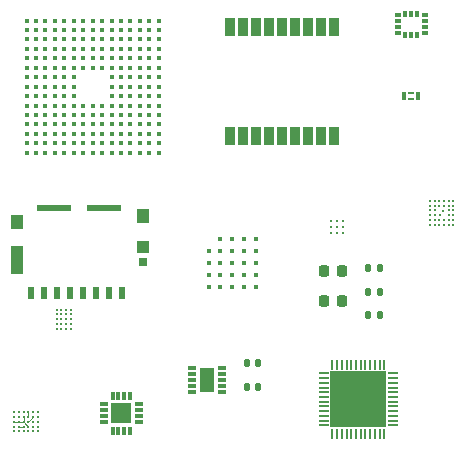
<source format=gbr>
%TF.GenerationSoftware,KiCad,Pcbnew,7.0.9*%
%TF.CreationDate,2023-12-12T21:37:16+00:00*%
%TF.ProjectId,watch_main,77617463-685f-46d6-9169-6e2e6b696361,rev?*%
%TF.SameCoordinates,Original*%
%TF.FileFunction,Copper,L1,Top*%
%TF.FilePolarity,Positive*%
%FSLAX46Y46*%
G04 Gerber Fmt 4.6, Leading zero omitted, Abs format (unit mm)*
G04 Created by KiCad (PCBNEW 7.0.9) date 2023-12-12 21:37:16*
%MOMM*%
%LPD*%
G01*
G04 APERTURE LIST*
G04 Aperture macros list*
%AMRoundRect*
0 Rectangle with rounded corners*
0 $1 Rounding radius*
0 $2 $3 $4 $5 $6 $7 $8 $9 X,Y pos of 4 corners*
0 Add a 4 corners polygon primitive as box body*
4,1,4,$2,$3,$4,$5,$6,$7,$8,$9,$2,$3,0*
0 Add four circle primitives for the rounded corners*
1,1,$1+$1,$2,$3*
1,1,$1+$1,$4,$5*
1,1,$1+$1,$6,$7*
1,1,$1+$1,$8,$9*
0 Add four rect primitives between the rounded corners*
20,1,$1+$1,$2,$3,$4,$5,0*
20,1,$1+$1,$4,$5,$6,$7,0*
20,1,$1+$1,$6,$7,$8,$9,0*
20,1,$1+$1,$8,$9,$2,$3,0*%
G04 Aperture macros list end*
%TA.AperFunction,SMDPad,CuDef*%
%ADD10R,0.533400X0.304800*%
%TD*%
%TA.AperFunction,SMDPad,CuDef*%
%ADD11R,0.304800X0.533400*%
%TD*%
%TA.AperFunction,SMDPad,CuDef*%
%ADD12R,0.500000X1.000000*%
%TD*%
%TA.AperFunction,SMDPad,CuDef*%
%ADD13R,0.720000X0.780000*%
%TD*%
%TA.AperFunction,SMDPad,CuDef*%
%ADD14R,1.050000X1.080000*%
%TD*%
%TA.AperFunction,SMDPad,CuDef*%
%ADD15R,1.050000X1.200000*%
%TD*%
%TA.AperFunction,SMDPad,CuDef*%
%ADD16R,1.050000X2.390000*%
%TD*%
%TA.AperFunction,SMDPad,CuDef*%
%ADD17R,2.910000X0.550000*%
%TD*%
%TA.AperFunction,SMDPad,CuDef*%
%ADD18C,0.250000*%
%TD*%
%TA.AperFunction,SMDPad,CuDef*%
%ADD19R,0.800000X0.300000*%
%TD*%
%TA.AperFunction,SMDPad,CuDef*%
%ADD20R,0.300000X0.800000*%
%TD*%
%TA.AperFunction,SMDPad,CuDef*%
%ADD21R,1.760000X1.760000*%
%TD*%
%TA.AperFunction,SMDPad,CuDef*%
%ADD22R,0.900000X1.600000*%
%TD*%
%TA.AperFunction,SMDPad,CuDef*%
%ADD23R,0.350000X0.800000*%
%TD*%
%TA.AperFunction,SMDPad,CuDef*%
%ADD24R,0.600000X0.260000*%
%TD*%
%TA.AperFunction,SMDPad,CuDef*%
%ADD25C,0.406400*%
%TD*%
%TA.AperFunction,SMDPad,CuDef*%
%ADD26RoundRect,0.135000X-0.135000X-0.185000X0.135000X-0.185000X0.135000X0.185000X-0.135000X0.185000X0*%
%TD*%
%TA.AperFunction,SMDPad,CuDef*%
%ADD27R,1.300000X2.100000*%
%TD*%
%TA.AperFunction,SMDPad,CuDef*%
%ADD28C,0.370000*%
%TD*%
%TA.AperFunction,SMDPad,CuDef*%
%ADD29R,0.850000X0.200000*%
%TD*%
%TA.AperFunction,SMDPad,CuDef*%
%ADD30R,0.200000X0.850000*%
%TD*%
%TA.AperFunction,SMDPad,CuDef*%
%ADD31R,4.700000X4.700000*%
%TD*%
%TA.AperFunction,SMDPad,CuDef*%
%ADD32C,0.306000*%
%TD*%
%TA.AperFunction,SMDPad,CuDef*%
%ADD33RoundRect,0.140000X-0.140000X-0.170000X0.140000X-0.170000X0.140000X0.170000X-0.140000X0.170000X0*%
%TD*%
%TA.AperFunction,SMDPad,CuDef*%
%ADD34RoundRect,0.225000X-0.225000X-0.250000X0.225000X-0.250000X0.225000X0.250000X-0.225000X0.250000X0*%
%TD*%
%TA.AperFunction,ViaPad*%
%ADD35C,0.250000*%
%TD*%
%TA.AperFunction,Conductor*%
%ADD36C,0.120000*%
%TD*%
G04 APERTURE END LIST*
D10*
%TO.P,U1301,1,SDO/SA0*%
%TO.N,/SPI3.MISO*%
X182909300Y-67985411D03*
%TO.P,U1301,2,MSDA*%
%TO.N,GND*%
X182909300Y-68485537D03*
%TO.P,U1301,3,MSCL*%
X182909300Y-68985663D03*
%TO.P,U1301,4,INT1*%
%TO.N,/IMU/IMU_INT1*%
X182909300Y-69485789D03*
D11*
%TO.P,U1301,5,VDD_IO*%
%TO.N,+1V8*%
X183539474Y-69624600D03*
%TO.P,U1301,6,GND*%
%TO.N,GND*%
X184039600Y-69624600D03*
%TO.P,U1301,7,GND*%
X184539726Y-69624600D03*
D10*
%TO.P,U1301,8,VDD*%
%TO.N,+1V8*%
X185169900Y-69485789D03*
%TO.P,U1301,9,INT2*%
%TO.N,/IMU/IMU_INT2*%
X185169900Y-68985663D03*
%TO.P,U1301,10,RES*%
%TO.N,unconnected-(U1301-RES-Pad10)*%
X185169900Y-68485537D03*
%TO.P,U1301,11,RES*%
%TO.N,unconnected-(U1301-RES-Pad11)*%
X185169900Y-67985411D03*
D11*
%TO.P,U1301,12,CS*%
%TO.N,/SPI3.CS*%
X184539726Y-67846600D03*
%TO.P,U1301,13,SCL*%
%TO.N,/SPI3.SCK*%
X184039600Y-67846600D03*
%TO.P,U1301,14,SDA*%
%TO.N,/SPI3.MOSI*%
X183539474Y-67846600D03*
%TD*%
D12*
%TO.P,J1101,1,DAT2*%
%TO.N,/Micro SD/DAT2*%
X159550000Y-91510000D03*
%TO.P,J1101,2,CD/DAT3*%
%TO.N,/Micro SD/DAT3*%
X158450000Y-91510000D03*
%TO.P,J1101,3,CMD*%
%TO.N,/Micro SD/CMD*%
X157350000Y-91510000D03*
%TO.P,J1101,4,VDD*%
%TO.N,+3V3*%
X156250000Y-91510000D03*
%TO.P,J1101,5,CLK*%
%TO.N,/Micro SD/CLK*%
X155150000Y-91510000D03*
%TO.P,J1101,6,VSS*%
%TO.N,GND*%
X154050000Y-91510000D03*
%TO.P,J1101,7,DAT0*%
%TO.N,/Micro SD/DAT0*%
X152950000Y-91510000D03*
%TO.P,J1101,8,DAT1*%
%TO.N,/Micro SD/DAT1*%
X151850000Y-91510000D03*
D13*
%TO.P,J1101,9,DET*%
%TO.N,/Micro SD/CD*%
X161310000Y-88830000D03*
D14*
%TO.P,J1101,10,GND_1*%
%TO.N,GND*%
X161325000Y-87560000D03*
D15*
%TO.P,J1101,11,GND_2*%
X161325000Y-84950000D03*
%TO.P,J1101,12,GND_3*%
X150675000Y-85520000D03*
D16*
%TO.P,J1101,13,GND_4*%
X150675000Y-88705000D03*
D17*
%TO.P,J1101,14*%
%TO.N,N/C*%
X157986000Y-84275000D03*
%TO.P,J1101,15*%
X153796000Y-84275000D03*
%TD*%
D18*
%TO.P,IC1201,A1,IOT_36b*%
%TO.N,/QSPI1.IO3*%
X150400000Y-103200000D03*
%TO.P,IC1201,A2,IOT_37a*%
%TO.N,/Display Power/CTRL*%
X150400000Y-102800000D03*
%TO.P,IC1201,A3,VCCIO_1*%
%TO.N,+1V8*%
X150400000Y-102400000D03*
%TO.P,IC1201,A4,IOT_47a*%
%TO.N,/FPGA/INT*%
X150400000Y-102000000D03*
%TO.P,IC1201,A5,RGB0*%
%TO.N,/QSPI2.SCK*%
X150400000Y-101600000D03*
%TO.P,IC1201,B1,IOB_24a*%
%TO.N,/QSPI1.IO2*%
X150800000Y-103200000D03*
%TO.P,IC1201,B2,VCCPLL*%
%TO.N,+1V2*%
X150800000Y-102800000D03*
%TO.P,IC1201,B3,IOT_46b_G0*%
%TO.N,+1V8*%
X150800000Y-102400000D03*
%TO.P,IC1201,B4,GND_1*%
%TO.N,GND*%
X150800000Y-102000000D03*
%TO.P,IC1201,B5,RGB1*%
%TO.N,/QSPI2.CS*%
X150800000Y-101600000D03*
%TO.P,IC1201,C1,IOB_35b_SPI_SS*%
%TO.N,/QSPI1.CS*%
X151200000Y-103200000D03*
%TO.P,IC1201,C2,VCC*%
%TO.N,+1V2*%
X151200000Y-102800000D03*
%TO.P,IC1201,C3,IOB_10a*%
%TO.N,+1V8*%
X151200000Y-102400000D03*
%TO.P,IC1201,C4,VCCIO_2*%
X151200000Y-102000000D03*
%TO.P,IC1201,C5,RGB2*%
%TO.N,/FPGA/OLED_EN*%
X151200000Y-101600000D03*
%TO.P,IC1201,D1,IOB_34a_SPI_SCK*%
%TO.N,/QSPI1.SCK*%
X151600000Y-103200000D03*
%TO.P,IC1201,D2,VCCIO_3*%
%TO.N,+1V8*%
X151600000Y-102800000D03*
%TO.P,IC1201,D3,IOB_12a_G4_CDONE*%
%TO.N,/FPGA/CDONE*%
X151600000Y-102400000D03*
%TO.P,IC1201,D4,VPP*%
%TO.N,+3V3*%
X151600000Y-102000000D03*
%TO.P,IC1201,D5,IOB_2a*%
X151600000Y-101600000D03*
%TO.P,IC1201,E1,IOB_33b_SPI_SI*%
%TO.N,/QSPI1.IO0*%
X152000000Y-103200000D03*
%TO.P,IC1201,E2,GND_2*%
%TO.N,GND*%
X152000000Y-102800000D03*
%TO.P,IC1201,E3,IOB_13b*%
%TO.N,unconnected-(IC1201-IOB_13b-PadE3)*%
X152000000Y-102400000D03*
%TO.P,IC1201,E4,IOB_9b*%
%TO.N,/FPGA/CDONE*%
X152000000Y-102000000D03*
%TO.P,IC1201,E5,IOB_0a*%
%TO.N,/QSPI2.IO2*%
X152000000Y-101600000D03*
%TO.P,IC1201,F1,IOB_32a_SPI_SO*%
%TO.N,/QSPI1.IO1*%
X152400000Y-103200000D03*
%TO.P,IC1201,F2,IOB_25b_G3*%
%TO.N,/QSPI2.IO3*%
X152400000Y-102800000D03*
%TO.P,IC1201,F3,CRESET_b*%
%TO.N,/FPGA/CRESET_B*%
X152400000Y-102400000D03*
%TO.P,IC1201,F4,IOB_11b_G5*%
%TO.N,/QSPI2.IO1*%
X152400000Y-102000000D03*
%TO.P,IC1201,F5,IOB_3b_G6*%
%TO.N,/QSPI2.IO0*%
X152400000Y-101600000D03*
%TD*%
%TO.P,IC1002,A1,DAT2A*%
%TO.N,/SDMMC1.D2*%
X154000000Y-92900000D03*
%TO.P,IC1002,A2,VCCA*%
%TO.N,+1V8*%
X154400000Y-92900000D03*
%TO.P,IC1002,A3,WP/CD*%
%TO.N,/Micro SD/CD*%
X154800000Y-92900000D03*
%TO.P,IC1002,A4,DAT2B*%
%TO.N,/Micro SD/DAT2*%
X155200000Y-92900000D03*
%TO.P,IC1002,B1,DAT3A*%
%TO.N,/SDMMC1.D3*%
X154000000Y-93300000D03*
%TO.P,IC1002,B2,VBATT*%
%TO.N,+3V3*%
X154400000Y-93300000D03*
%TO.P,IC1002,B3,VCCBO/P*%
%TO.N,/Micro SD/VCCB*%
X154800000Y-93300000D03*
%TO.P,IC1002,B4,DAT3B*%
%TO.N,/Micro SD/DAT3*%
X155200000Y-93300000D03*
%TO.P,IC1002,C1,CMDA*%
%TO.N,/SDMMC1.CMD*%
X154000000Y-93700000D03*
%TO.P,IC1002,C2,GND_1*%
%TO.N,GND*%
X154400000Y-93700000D03*
%TO.P,IC1002,C3,GND_2*%
X154800000Y-93700000D03*
%TO.P,IC1002,C4,CMDB*%
%TO.N,/Micro SD/CMD*%
X155200000Y-93700000D03*
%TO.P,IC1002,D1,DAT0A*%
%TO.N,/SDMMC1.D0*%
X154000000Y-94100000D03*
%TO.P,IC1002,D2,CLKA*%
%TO.N,/SDMMC1.CK*%
X154400000Y-94100000D03*
%TO.P,IC1002,D3,CLKB*%
%TO.N,/Micro SD/CLK*%
X154800000Y-94100000D03*
%TO.P,IC1002,D4,DAT0B*%
%TO.N,/Micro SD/DAT0*%
X155200000Y-94100000D03*
%TO.P,IC1002,E1,DAT1A*%
%TO.N,/SDMMC1.D1*%
X154000000Y-94500000D03*
%TO.P,IC1002,E2,CLK-F*%
%TO.N,/SDMMC1.CKIN*%
X154400000Y-94500000D03*
%TO.P,IC1002,E3,EN*%
%TO.N,/Micro SD/SD_EN*%
X154800000Y-94500000D03*
%TO.P,IC1002,E4,DAT1B*%
%TO.N,/Micro SD/DAT1*%
X155200000Y-94500000D03*
%TD*%
D19*
%TO.P,IC901,1,IN1+*%
%TO.N,unconnected-(IC901-IN1+-Pad1)*%
X157985000Y-100925000D03*
%TO.P,IC901,2,V+*%
%TO.N,unconnected-(IC901-V+-Pad2)*%
X157985000Y-101425000D03*
%TO.P,IC901,3,IN2+*%
%TO.N,unconnected-(IC901-IN2+-Pad3)*%
X157985000Y-101925000D03*
%TO.P,IC901,4,IN2-*%
%TO.N,unconnected-(IC901-IN2--Pad4)*%
X157985000Y-102425000D03*
D20*
%TO.P,IC901,5,OUT2*%
%TO.N,unconnected-(IC901-OUT2-Pad5)*%
X158735000Y-103175000D03*
%TO.P,IC901,6,NC_1*%
%TO.N,unconnected-(IC901-NC_1-Pad6)*%
X159235000Y-103175000D03*
%TO.P,IC901,7,NC_2*%
%TO.N,unconnected-(IC901-NC_2-Pad7)*%
X159735000Y-103175000D03*
%TO.P,IC901,8,OUT3*%
%TO.N,unconnected-(IC901-OUT3-Pad8)*%
X160235000Y-103175000D03*
D19*
%TO.P,IC901,9,IN3-*%
%TO.N,unconnected-(IC901-IN3--Pad9)*%
X160985000Y-102425000D03*
%TO.P,IC901,10,IN3+*%
%TO.N,unconnected-(IC901-IN3+-Pad10)*%
X160985000Y-101925000D03*
%TO.P,IC901,11,V-*%
%TO.N,unconnected-(IC901-V--Pad11)*%
X160985000Y-101425000D03*
%TO.P,IC901,12,IN4+*%
%TO.N,unconnected-(IC901-IN4+-Pad12)*%
X160985000Y-100925000D03*
D20*
%TO.P,IC901,13,IN4-*%
%TO.N,unconnected-(IC901-IN4--Pad13)*%
X160235000Y-100175000D03*
%TO.P,IC901,14,OUT4*%
%TO.N,unconnected-(IC901-OUT4-Pad14)*%
X159735000Y-100175000D03*
%TO.P,IC901,15,OUT1*%
%TO.N,unconnected-(IC901-OUT1-Pad15)*%
X159235000Y-100175000D03*
%TO.P,IC901,16,IN1-*%
%TO.N,unconnected-(IC901-IN1--Pad16)*%
X158735000Y-100175000D03*
D21*
%TO.P,IC901,17,EP*%
%TO.N,unconnected-(IC901-EP-Pad17)*%
X159485000Y-101675000D03*
%TD*%
D22*
%TO.P,IC401,1,GND*%
%TO.N,unconnected-(IC401-GND-Pad1)*%
X168660000Y-78160000D03*
%TO.P,IC401,2,UART-TX*%
%TO.N,/USART2.TX*%
X169760000Y-78160000D03*
%TO.P,IC401,3,UART-RX*%
%TO.N,/USART2.RX*%
X170860000Y-78160000D03*
%TO.P,IC401,4,PPS*%
%TO.N,/GNSS/PPS*%
X171960000Y-78160000D03*
%TO.P,IC401,5,WAKEUP*%
%TO.N,/GNSS/WAKEUP*%
X173060000Y-78160000D03*
%TO.P,IC401,6,VBAT*%
%TO.N,unconnected-(IC401-VBAT-Pad6)*%
X174160000Y-78160000D03*
%TO.P,IC401,7,RESERVED_1*%
%TO.N,unconnected-(IC401-RESERVED_1-Pad7)*%
X175260000Y-78160000D03*
%TO.P,IC401,8,VCC*%
%TO.N,unconnected-(IC401-VCC-Pad8)*%
X176360000Y-78160000D03*
%TO.P,IC401,9,NRESET*%
%TO.N,/GNSS/RST*%
X177460000Y-78160000D03*
%TO.P,IC401,10,GND_RF_1*%
%TO.N,unconnected-(IC401-GND_RF_1-Pad10)*%
X177460000Y-68960000D03*
%TO.P,IC401,11,RF_IN*%
%TO.N,/RF_1.575G*%
X176360000Y-68960000D03*
%TO.P,IC401,12,GND_RF_2*%
%TO.N,unconnected-(IC401-GND_RF_2-Pad12)*%
X175260000Y-68960000D03*
%TO.P,IC401,13,RESERVED_2*%
%TO.N,unconnected-(IC401-RESERVED_2-Pad13)*%
X174160000Y-68960000D03*
%TO.P,IC401,14,VCC_RF*%
%TO.N,unconnected-(IC401-VCC_RF-Pad14)*%
X173060000Y-68960000D03*
%TO.P,IC401,15,RESERVED_3*%
%TO.N,unconnected-(IC401-RESERVED_3-Pad15)*%
X171960000Y-68960000D03*
%TO.P,IC401,16,I2C_SDA*%
%TO.N,unconnected-(IC401-I2C_SDA-Pad16)*%
X170860000Y-68960000D03*
%TO.P,IC401,17,I2C_SCL*%
%TO.N,unconnected-(IC401-I2C_SCL-Pad17)*%
X169760000Y-68960000D03*
%TO.P,IC401,18,PRG*%
%TO.N,/GNSS/PRG*%
X168660000Y-68960000D03*
%TD*%
D23*
%TO.P,ANT1601,1,FEED_POINT_FOR_GPS*%
%TO.N,unconnected-(ANT1601-FEED_POINT_FOR_GPS-Pad1)*%
X183385000Y-74810000D03*
D24*
%TO.P,ANT1601,2,COMMON_RADIATOR_ELECTRODE*%
%TO.N,unconnected-(ANT1601-COMMON_RADIATOR_ELECTRODE-Pad2)*%
X184010000Y-75063000D03*
D23*
%TO.P,ANT1601,4,FEED_POINT_FOR_2.4GHZ/5.5GHZ*%
%TO.N,unconnected-(ANT1601-FEED_POINT_FOR_2.4GHZ{slash}5.5GHZ-Pad4)*%
X184635000Y-74810000D03*
D24*
%TO.P,ANT1601,6,DUMMY_PAD*%
%TO.N,unconnected-(ANT1601-DUMMY_PAD-Pad6)*%
X184010000Y-74557000D03*
%TD*%
D18*
%TO.P,IC201,A1,PGND2*%
%TO.N,GND*%
X185600000Y-85700000D03*
%TO.P,IC201,A2,SW2B*%
%TO.N,/Power/SWB_3V3*%
X185600000Y-85300000D03*
%TO.P,IC201,A3,VOUT2*%
%TO.N,+3V3*%
X185600000Y-84900000D03*
%TO.P,IC201,A4,SCL*%
%TO.N,/I2C4.SCL*%
X185600000Y-84500000D03*
%TO.P,IC201,A5,SDA*%
%TO.N,/I2C4.SDA*%
X185600000Y-84100000D03*
%TO.P,IC201,A6,~{INT}*%
%TO.N,unconnected-(IC201-~{INT}-PadA6)*%
X185600000Y-83700000D03*
%TO.P,IC201,B1,SW2A*%
%TO.N,/Power/SWA_3V3*%
X186000000Y-85700000D03*
%TO.P,IC201,B2,AGND2*%
%TO.N,GND*%
X186000000Y-85300000D03*
%TO.P,IC201,B3,ENSD*%
X186000000Y-84900000D03*
%TO.P,IC201,B4,EN2*%
%TO.N,unconnected-(IC201-EN2-PadB4)*%
X186000000Y-84500000D03*
%TO.P,IC201,B5,PGOOD1*%
%TO.N,unconnected-(IC201-PGOOD1-PadB5)*%
X186000000Y-84100000D03*
%TO.P,IC201,B6,THR*%
%TO.N,unconnected-(IC201-THR-PadB6)*%
X186000000Y-83700000D03*
%TO.P,IC201,C1,VIN2*%
%TO.N,+VSYS*%
X186400000Y-85700000D03*
%TO.P,IC201,C2,STP*%
%TO.N,unconnected-(IC201-STP-PadC2)*%
X186400000Y-85300000D03*
%TO.P,IC201,C5,PGOOD2*%
%TO.N,unconnected-(IC201-PGOOD2-PadC5)*%
X186400000Y-84100000D03*
%TO.P,IC201,C6,BSNS*%
%TO.N,+VBAT*%
X186400000Y-83700000D03*
%TO.P,IC201,D1,FB1*%
%TO.N,+1V8*%
X186800000Y-85700000D03*
%TO.P,IC201,D2,VID1*%
%TO.N,+VSYS*%
X186800000Y-85300000D03*
%TO.P,IC201,D5,ILIM*%
%TO.N,unconnected-(IC201-ILIM-PadD5)*%
X186800000Y-84100000D03*
%TO.P,IC201,D6,ISOB*%
%TO.N,+VBAT*%
X186800000Y-83700000D03*
%TO.P,IC201,E1,SW1*%
%TO.N,/Power/SW_1V8*%
X187200000Y-85700000D03*
%TO.P,IC201,E2,EN1*%
%TO.N,/Power/PGD_1V2*%
X187200000Y-85300000D03*
%TO.P,IC201,E3,~{RESET}*%
%TO.N,unconnected-(IC201-~{RESET}-PadE3)*%
X187200000Y-84900000D03*
%TO.P,IC201,E4,~{MR}*%
%TO.N,/Button/BTN*%
X187200000Y-84500000D03*
%TO.P,IC201,E5,ICS*%
%TO.N,unconnected-(IC201-ICS-PadE5)*%
X187200000Y-84100000D03*
%TO.P,IC201,E6,VSYS*%
%TO.N,+VSYS*%
X187200000Y-83700000D03*
%TO.P,IC201,F1,PGND1*%
%TO.N,GND*%
X187600000Y-85700000D03*
%TO.P,IC201,F2,VIN1*%
%TO.N,+VSYS*%
X187600000Y-85300000D03*
%TO.P,IC201,F3,ENCHG*%
%TO.N,unconnected-(IC201-ENCHG-PadF3)*%
X187600000Y-84900000D03*
%TO.P,IC201,F4,AGND1*%
%TO.N,GND*%
X187600000Y-84500000D03*
%TO.P,IC201,F5,VDD*%
%TO.N,VDD*%
X187600000Y-84100000D03*
%TO.P,IC201,F6,VBUS*%
%TO.N,VBUS*%
X187600000Y-83700000D03*
%TD*%
D25*
%TO.P,U801,A1,VSS*%
%TO.N,GND*%
X151458801Y-68418801D03*
%TO.P,U801,A2,PE0*%
%TO.N,unconnected-(U801B-PE0-PadA2)*%
X152258801Y-68418801D03*
%TO.P,U801,A3,PB7*%
%TO.N,unconnected-(U801A-PB7-PadA3)*%
X153058800Y-68418801D03*
%TO.P,U801,A4,PB6*%
%TO.N,unconnected-(U801A-PB6-PadA4)*%
X153858800Y-68418801D03*
%TO.P,U801,A5,PG15*%
%TO.N,unconnected-(U801B-PG15-PadA5)*%
X154658800Y-68418801D03*
%TO.P,U801,A6,PG12*%
%TO.N,unconnected-(U801B-PG12-PadA6)*%
X155458800Y-68418801D03*
%TO.P,U801,A7,PG9*%
%TO.N,unconnected-(U801B-PG9-PadA7)*%
X156258800Y-68418801D03*
%TO.P,U801,A8,PD4*%
%TO.N,unconnected-(U801A-PD4-PadA8)*%
X157058800Y-68418801D03*
%TO.P,U801,A9,PD3*%
%TO.N,unconnected-(U801A-PD3-PadA9)*%
X157858800Y-68418801D03*
%TO.P,U801,A10,PC10*%
%TO.N,unconnected-(U801A-PC10-PadA10)*%
X158658800Y-68418801D03*
%TO.P,U801,A11,PA15*%
%TO.N,unconnected-(U801A-PA15-PadA11)*%
X159458800Y-68418801D03*
%TO.P,U801,A12,PA14*%
%TO.N,unconnected-(U801A-PA14-PadA12)*%
X160258800Y-68418801D03*
%TO.P,U801,A13,PA8*%
%TO.N,unconnected-(U801A-PA8-PadA13)*%
X161058800Y-68418801D03*
%TO.P,U801,A14,PC8*%
%TO.N,unconnected-(U801A-PC8-PadA14)*%
X161858799Y-68418801D03*
%TO.P,U801,A15,VSS*%
%TO.N,GND*%
X162658799Y-68418801D03*
%TO.P,U801,B1,PC14-OSC32_IN*%
%TO.N,unconnected-(U801A-PC14-OSC32_IN-PadB1)*%
X151458801Y-69218801D03*
%TO.P,U801,B2,PE4*%
%TO.N,unconnected-(U801B-PE4-PadB2)*%
X152258801Y-69218801D03*
%TO.P,U801,B3,PE1*%
%TO.N,unconnected-(U801B-PE1-PadB3)*%
X153058800Y-69218801D03*
%TO.P,U801,B4,PH3-BOOT0*%
%TO.N,unconnected-(U801B-PH3-BOOT0-PadB4)*%
X153858800Y-69218801D03*
%TO.P,U801,B5,PB5*%
%TO.N,unconnected-(U801A-PB5-PadB5)*%
X154658800Y-69218801D03*
%TO.P,U801,B6,PG13*%
%TO.N,unconnected-(U801B-PG13-PadB6)*%
X155458800Y-69218801D03*
%TO.P,U801,B7,PG10*%
%TO.N,unconnected-(U801B-PG10-PadB7)*%
X156258800Y-69218801D03*
%TO.P,U801,B8,PD5*%
%TO.N,unconnected-(U801A-PD5-PadB8)*%
X157058800Y-69218801D03*
%TO.P,U801,B9,PD2*%
%TO.N,unconnected-(U801A-PD2-PadB9)*%
X157858800Y-69218801D03*
%TO.P,U801,B10,PC11*%
%TO.N,unconnected-(U801A-PC11-PadB10)*%
X158658800Y-69218801D03*
%TO.P,U801,B11,PH7*%
%TO.N,unconnected-(U801B-PH7-PadB11)*%
X159458800Y-69218801D03*
%TO.P,U801,B12,PH5*%
%TO.N,unconnected-(U801B-PH5-PadB12)*%
X160258800Y-69218801D03*
%TO.P,U801,B13,PA12*%
%TO.N,unconnected-(U801A-PA12-PadB13)*%
X161058800Y-69218801D03*
%TO.P,U801,B14,PA11*%
%TO.N,unconnected-(U801A-PA11-PadB14)*%
X161858799Y-69218801D03*
%TO.P,U801,B15,PC7*%
%TO.N,unconnected-(U801A-PC7-PadB15)*%
X162658799Y-69218801D03*
%TO.P,U801,C1,PC15-OSC32_OUT*%
%TO.N,unconnected-(U801A-PC15-OSC32_OUT-PadC1)*%
X151458801Y-70018800D03*
%TO.P,U801,C2,VBAT*%
%TO.N,+1V8*%
X152258801Y-70018800D03*
%TO.P,U801,C3,PE3*%
%TO.N,unconnected-(U801B-PE3-PadC3)*%
X153058800Y-70018800D03*
%TO.P,U801,C4,PI5*%
%TO.N,unconnected-(U801B-PI5-PadC4)*%
X153858800Y-70018800D03*
%TO.P,U801,C5,PB9*%
%TO.N,unconnected-(U801A-PB9-PadC5)*%
X154658800Y-70018800D03*
%TO.P,U801,C6,PB8*%
%TO.N,unconnected-(U801A-PB8-PadC6)*%
X155458800Y-70018800D03*
%TO.P,U801,C7,PG11*%
%TO.N,unconnected-(U801B-PG11-PadC7)*%
X156258800Y-70018800D03*
%TO.P,U801,C8,PD6*%
%TO.N,unconnected-(U801A-PD6-PadC8)*%
X157058800Y-70018800D03*
%TO.P,U801,C9,PD1*%
%TO.N,unconnected-(U801A-PD1-PadC9)*%
X157858800Y-70018800D03*
%TO.P,U801,C10,PC12*%
%TO.N,unconnected-(U801A-PC12-PadC10)*%
X158658800Y-70018800D03*
%TO.P,U801,C11,PH6*%
%TO.N,unconnected-(U801B-PH6-PadC11)*%
X159458800Y-70018800D03*
%TO.P,U801,C12,PH4*%
%TO.N,unconnected-(U801B-PH4-PadC12)*%
X160258800Y-70018800D03*
%TO.P,U801,C13,PA13*%
%TO.N,unconnected-(U801A-PA13-PadC13)*%
X161058800Y-70018800D03*
%TO.P,U801,C14,PC9*%
%TO.N,unconnected-(U801A-PC9-PadC14)*%
X161858799Y-70018800D03*
%TO.P,U801,C15,PC6*%
%TO.N,unconnected-(U801A-PC6-PadC15)*%
X162658799Y-70018800D03*
%TO.P,U801,D1,PJ3*%
%TO.N,unconnected-(U801B-PJ3-PadD1)*%
X151458801Y-70818800D03*
%TO.P,U801,D2,PJ2*%
%TO.N,unconnected-(U801B-PJ2-PadD2)*%
X152258801Y-70818800D03*
%TO.P,U801,D3,PE5*%
%TO.N,unconnected-(U801B-PE5-PadD3)*%
X153058800Y-70818800D03*
%TO.P,U801,D4,PI7*%
%TO.N,unconnected-(U801B-PI7-PadD4)*%
X153858800Y-70818800D03*
%TO.P,U801,D5,PI6*%
%TO.N,unconnected-(U801B-PI6-PadD5)*%
X154658800Y-70818800D03*
%TO.P,U801,D6,PB4*%
%TO.N,unconnected-(U801A-PB4-PadD6)*%
X155458800Y-70818800D03*
%TO.P,U801,D7,PG14*%
%TO.N,unconnected-(U801B-PG14-PadD7)*%
X156258800Y-70818800D03*
%TO.P,U801,D8,PD7*%
%TO.N,unconnected-(U801A-PD7-PadD8)*%
X157058800Y-70818800D03*
%TO.P,U801,D9,PD0*%
%TO.N,unconnected-(U801A-PD0-PadD9)*%
X157858800Y-70818800D03*
%TO.P,U801,D10,PH8*%
%TO.N,unconnected-(U801B-PH8-PadD10)*%
X158658800Y-70818800D03*
%TO.P,U801,D11,PH2*%
%TO.N,unconnected-(U801B-PH2-PadD11)*%
X159458800Y-70818800D03*
%TO.P,U801,D12,PA10*%
%TO.N,unconnected-(U801A-PA10-PadD12)*%
X160258800Y-70818800D03*
%TO.P,U801,D13,PG7*%
%TO.N,unconnected-(U801B-PG7-PadD13)*%
X161058800Y-70818800D03*
%TO.P,U801,D14,PG6*%
%TO.N,unconnected-(U801B-PG6-PadD14)*%
X161858799Y-70818800D03*
%TO.P,U801,D15,PG3*%
%TO.N,unconnected-(U801B-PG3-PadD15)*%
X162658799Y-70818800D03*
%TO.P,U801,E1,PJ7*%
%TO.N,unconnected-(U801B-PJ7-PadE1)*%
X151458801Y-71618800D03*
%TO.P,U801,E2,PJ6*%
%TO.N,unconnected-(U801B-PJ6-PadE2)*%
X152258801Y-71618800D03*
%TO.P,U801,E3,PJ4*%
%TO.N,unconnected-(U801B-PJ4-PadE3)*%
X153058800Y-71618800D03*
%TO.P,U801,E4,PE6*%
%TO.N,unconnected-(U801B-PE6-PadE4)*%
X153858800Y-71618800D03*
%TO.P,U801,E5,PE2*%
%TO.N,unconnected-(U801B-PE2-PadE5)*%
X154658800Y-71618800D03*
%TO.P,U801,E6,VDD11*%
%TO.N,Net-(U801C-VDD11DSI)*%
X155458800Y-71618800D03*
%TO.P,U801,E7,PB3*%
%TO.N,unconnected-(U801A-PB3-PadE7)*%
X156258800Y-71618800D03*
%TO.P,U801,E8,VDDIO2*%
%TO.N,+1V8*%
X157058800Y-71618800D03*
%TO.P,U801,E9,VDDUSB*%
X157858800Y-71618800D03*
%TO.P,U801,E10,VSS*%
%TO.N,GND*%
X158658800Y-71618800D03*
%TO.P,U801,E11,VDD11*%
%TO.N,Net-(U801C-VDD11DSI)*%
X159458800Y-71618800D03*
%TO.P,U801,E12,PA9*%
%TO.N,unconnected-(U801A-PA9-PadE12)*%
X160258800Y-71618800D03*
%TO.P,U801,E13,PG8*%
%TO.N,unconnected-(U801B-PG8-PadE13)*%
X161058800Y-71618800D03*
%TO.P,U801,E14,PG5*%
%TO.N,unconnected-(U801B-PG5-PadE14)*%
X161858799Y-71618800D03*
%TO.P,U801,E15,PJ0*%
%TO.N,unconnected-(U801B-PJ0-PadE15)*%
X162658799Y-71618800D03*
%TO.P,U801,F1,PJ10*%
%TO.N,unconnected-(U801B-PJ10-PadF1)*%
X151458801Y-72418800D03*
%TO.P,U801,F2,PJ8*%
%TO.N,unconnected-(U801B-PJ8-PadF2)*%
X152258801Y-72418800D03*
%TO.P,U801,F3,PJ5*%
%TO.N,unconnected-(U801B-PJ5-PadF3)*%
X153058800Y-72418800D03*
%TO.P,U801,F4,PC13*%
%TO.N,unconnected-(U801A-PC13-PadF4)*%
X153858800Y-72418800D03*
%TO.P,U801,F5,VDD*%
%TO.N,+1V8*%
X154658800Y-72418800D03*
%TO.P,U801,F6,VSS*%
%TO.N,GND*%
X155458800Y-72418800D03*
%TO.P,U801,F7,VSS*%
X156258800Y-72418800D03*
%TO.P,U801,F8,VDD*%
%TO.N,+1V8*%
X157058800Y-72418800D03*
%TO.P,U801,F9,VSS*%
%TO.N,GND*%
X157858800Y-72418800D03*
%TO.P,U801,F10,VSS*%
X158658800Y-72418800D03*
%TO.P,U801,F11,VDD11USB*%
%TO.N,Net-(U801C-VDD11DSI)*%
X159458800Y-72418800D03*
%TO.P,U801,F12,PG4*%
%TO.N,unconnected-(U801B-PG4-PadF12)*%
X160258800Y-72418800D03*
%TO.P,U801,F13,PI15*%
%TO.N,unconnected-(U801B-PI15-PadF13)*%
X161058800Y-72418800D03*
%TO.P,U801,F14,PI14*%
%TO.N,unconnected-(U801B-PI14-PadF14)*%
X161858799Y-72418800D03*
%TO.P,U801,F15,PI13*%
%TO.N,unconnected-(U801B-PI13-PadF15)*%
X162658799Y-72418800D03*
%TO.P,U801,G1,DSI_D0P*%
%TO.N,/DSI.D0P*%
X151458801Y-73218800D03*
%TO.P,U801,G2,DSI_D0N*%
%TO.N,/DSI.D0N*%
X152258801Y-73218800D03*
%TO.P,U801,G3,PJ11*%
%TO.N,unconnected-(U801B-PJ11-PadG3)*%
X153058800Y-73218800D03*
%TO.P,U801,G4,PJ1*%
%TO.N,unconnected-(U801B-PJ1-PadG4)*%
X153858800Y-73218800D03*
%TO.P,U801,G5,VDDDSI*%
%TO.N,+1V8*%
X154658800Y-73218800D03*
%TO.P,U801,G6,VSSDSI*%
%TO.N,GND*%
X155458800Y-73218800D03*
%TO.P,U801,G10,VSS*%
X158658800Y-73218800D03*
%TO.P,U801,G11,VDDIO2*%
%TO.N,+1V8*%
X159458800Y-73218800D03*
%TO.P,U801,G12,PG2*%
%TO.N,unconnected-(U801B-PG2-PadG12)*%
X160258800Y-73218800D03*
%TO.P,U801,G13,PI12*%
%TO.N,unconnected-(U801B-PI12-PadG13)*%
X161058800Y-73218800D03*
%TO.P,U801,G14,PI11*%
%TO.N,unconnected-(U801B-PI11-PadG14)*%
X161858799Y-73218800D03*
%TO.P,U801,G15,PI10*%
%TO.N,unconnected-(U801B-PI10-PadG15)*%
X162658799Y-73218800D03*
%TO.P,U801,H1,DSI_CKP*%
%TO.N,/DSI.CKP*%
X151458801Y-74018800D03*
%TO.P,U801,H2,VSSDSI*%
%TO.N,GND*%
X152258801Y-74018800D03*
%TO.P,U801,H3,PF0*%
%TO.N,unconnected-(U801B-PF0-PadH3)*%
X153058800Y-74018800D03*
%TO.P,U801,H4,PJ9*%
%TO.N,unconnected-(U801B-PJ9-PadH4)*%
X153858800Y-74018800D03*
%TO.P,U801,H5,VDD11DSI*%
%TO.N,Net-(U801C-VDD11DSI)*%
X154658800Y-74018800D03*
%TO.P,U801,H6,VSSDSI*%
%TO.N,GND*%
X155458800Y-74018800D03*
%TO.P,U801,H10,VSS*%
X158658800Y-74018800D03*
%TO.P,U801,H11,VDD*%
%TO.N,+1V8*%
X159458800Y-74018800D03*
%TO.P,U801,H12,PI9*%
%TO.N,unconnected-(U801B-PI9-PadH12)*%
X160258800Y-74018800D03*
%TO.P,U801,H13,PI8*%
%TO.N,unconnected-(U801B-PI8-PadH13)*%
X161058800Y-74018800D03*
%TO.P,U801,H14,PI4*%
%TO.N,unconnected-(U801B-PI4-PadH14)*%
X161858799Y-74018800D03*
%TO.P,U801,H15,VSS*%
%TO.N,GND*%
X162658799Y-74018800D03*
%TO.P,U801,J1,DSI_CKN*%
%TO.N,/DSI.CKN*%
X151458801Y-74818800D03*
%TO.P,U801,J2,VSSDSI*%
%TO.N,GND*%
X152258801Y-74818800D03*
%TO.P,U801,J3,PF2*%
%TO.N,unconnected-(U801B-PF2-PadJ3)*%
X153058800Y-74818800D03*
%TO.P,U801,J4,PF1*%
%TO.N,unconnected-(U801B-PF1-PadJ4)*%
X153858800Y-74818800D03*
%TO.P,U801,J5,VDD*%
%TO.N,+1V8*%
X154658800Y-74818800D03*
%TO.P,U801,J6,VSS*%
%TO.N,GND*%
X155458800Y-74818800D03*
%TO.P,U801,J10,VSS*%
X158658800Y-74818800D03*
%TO.P,U801,J11,VDD*%
%TO.N,+1V8*%
X159458800Y-74818800D03*
%TO.P,U801,J12,PI1*%
%TO.N,unconnected-(U801B-PI1-PadJ12)*%
X160258800Y-74818800D03*
%TO.P,U801,J13,PI2*%
%TO.N,unconnected-(U801B-PI2-PadJ13)*%
X161058800Y-74818800D03*
%TO.P,U801,J14,PI3*%
%TO.N,unconnected-(U801B-PI3-PadJ14)*%
X161858799Y-74818800D03*
%TO.P,U801,J15,VSS*%
%TO.N,GND*%
X162658799Y-74818800D03*
%TO.P,U801,K1,DSI_D1N*%
%TO.N,/DSI.D1N*%
X151458801Y-75618800D03*
%TO.P,U801,K2,DSI_D1P*%
%TO.N,/DSI.D1P*%
X152258801Y-75618800D03*
%TO.P,U801,K3,PF4*%
%TO.N,unconnected-(U801B-PF4-PadK3)*%
X153058800Y-75618800D03*
%TO.P,U801,K4,PF3*%
%TO.N,unconnected-(U801B-PF3-PadK4)*%
X153858800Y-75618800D03*
%TO.P,U801,K5,VREF-*%
%TO.N,GND*%
X154658800Y-75618800D03*
%TO.P,U801,K6,VSSA*%
X155458800Y-75618800D03*
%TO.P,U801,K7,VSS*%
X156258800Y-75618800D03*
%TO.P,U801,K8,VSS*%
X157058800Y-75618800D03*
%TO.P,U801,K9,VSS*%
X157858800Y-75618800D03*
%TO.P,U801,K10,VSS*%
X158658800Y-75618800D03*
%TO.P,U801,K11,VDD*%
%TO.N,+1V8*%
X159458800Y-75618800D03*
%TO.P,U801,K12,PD15*%
%TO.N,unconnected-(U801A-PD15-PadK12)*%
X160258800Y-75618800D03*
%TO.P,U801,K13,PH14*%
%TO.N,unconnected-(U801B-PH14-PadK13)*%
X161058800Y-75618800D03*
%TO.P,U801,K14,PH15*%
%TO.N,unconnected-(U801B-PH15-PadK14)*%
X161858799Y-75618800D03*
%TO.P,U801,K15,PI0*%
%TO.N,unconnected-(U801B-PI0-PadK15)*%
X162658799Y-75618800D03*
%TO.P,U801,L1,PF10*%
%TO.N,unconnected-(U801B-PF10-PadL1)*%
X151458801Y-76418800D03*
%TO.P,U801,L2,PF5*%
%TO.N,unconnected-(U801B-PF5-PadL2)*%
X152258801Y-76418800D03*
%TO.P,U801,L3,PF7*%
%TO.N,unconnected-(U801B-PF7-PadL3)*%
X153058800Y-76418800D03*
%TO.P,U801,L4,PF9*%
%TO.N,unconnected-(U801B-PF9-PadL4)*%
X153858800Y-76418800D03*
%TO.P,U801,L5,VREF+*%
%TO.N,+3V3A*%
X154658800Y-76418800D03*
%TO.P,U801,L6,VDDA*%
X155458800Y-76418800D03*
%TO.P,U801,L7,VDD*%
%TO.N,+1V8*%
X156258800Y-76418800D03*
%TO.P,U801,L8,VDD*%
X157058800Y-76418800D03*
%TO.P,U801,L9,VDD*%
X157858800Y-76418800D03*
%TO.P,U801,L10,VSS*%
%TO.N,GND*%
X158658800Y-76418800D03*
%TO.P,U801,L11,VDD*%
%TO.N,+1V8*%
X159458800Y-76418800D03*
%TO.P,U801,L12,PD11*%
%TO.N,unconnected-(U801A-PD11-PadL12)*%
X160258800Y-76418800D03*
%TO.P,U801,L13,PH10*%
%TO.N,unconnected-(U801B-PH10-PadL13)*%
X161058800Y-76418800D03*
%TO.P,U801,L14,PH11*%
%TO.N,unconnected-(U801B-PH11-PadL14)*%
X161858799Y-76418800D03*
%TO.P,U801,L15,PH13*%
%TO.N,unconnected-(U801B-PH13-PadL15)*%
X162658799Y-76418800D03*
%TO.P,U801,M1,PC1*%
%TO.N,unconnected-(U801A-PC1-PadM1)*%
X151458801Y-77218800D03*
%TO.P,U801,M2,PF6*%
%TO.N,unconnected-(U801B-PF6-PadM2)*%
X152258801Y-77218800D03*
%TO.P,U801,M3,PF8*%
%TO.N,unconnected-(U801B-PF8-PadM3)*%
X153058800Y-77218800D03*
%TO.P,U801,M4,PA2*%
%TO.N,unconnected-(U801A-PA2-PadM4)*%
X153858800Y-77218800D03*
%TO.P,U801,M5,PA4*%
%TO.N,unconnected-(U801A-PA4-PadM5)*%
X154658800Y-77218800D03*
%TO.P,U801,M6,PB1*%
%TO.N,unconnected-(U801A-PB1-PadM6)*%
X155458800Y-77218800D03*
%TO.P,U801,M7,PF13*%
%TO.N,unconnected-(U801B-PF13-PadM7)*%
X156258800Y-77218800D03*
%TO.P,U801,M8,PE8*%
%TO.N,unconnected-(U801B-PE8-PadM8)*%
X157058800Y-77218800D03*
%TO.P,U801,M9,PE13*%
%TO.N,unconnected-(U801B-PE13-PadM9)*%
X157858800Y-77218800D03*
%TO.P,U801,M10,PB11*%
%TO.N,unconnected-(U801A-PB11-PadM10)*%
X158658800Y-77218800D03*
%TO.P,U801,M11,PB12*%
%TO.N,unconnected-(U801A-PB12-PadM11)*%
X159458800Y-77218800D03*
%TO.P,U801,M12,PB13*%
%TO.N,unconnected-(U801A-PB13-PadM12)*%
X160258800Y-77218800D03*
%TO.P,U801,M13,PD12*%
%TO.N,unconnected-(U801A-PD12-PadM13)*%
X161058800Y-77218800D03*
%TO.P,U801,M14,PH9*%
%TO.N,unconnected-(U801B-PH9-PadM14)*%
X161858799Y-77218800D03*
%TO.P,U801,M15,PH12*%
%TO.N,unconnected-(U801B-PH12-PadM15)*%
X162658799Y-77218800D03*
%TO.P,U801,N1,PH0-OSC_IN*%
%TO.N,unconnected-(U801B-PH0-OSC_IN-PadN1)*%
X151458801Y-78018800D03*
%TO.P,U801,N2,PH1-OSC_OUT*%
%TO.N,unconnected-(U801A-PH1-OSC_OUT-PadN2)*%
X152258801Y-78018800D03*
%TO.P,U801,N3,PC3*%
%TO.N,unconnected-(U801A-PC3-PadN3)*%
X153058800Y-78018800D03*
%TO.P,U801,N4,PA0*%
%TO.N,unconnected-(U801A-PA0-PadN4)*%
X153858800Y-78018800D03*
%TO.P,U801,N5,OPAMP2_VINM*%
%TO.N,unconnected-(U801A-OPAMP2_VINM-PadN5)*%
X154658800Y-78018800D03*
%TO.P,U801,N6,PB0*%
%TO.N,unconnected-(U801A-PB0-PadN6)*%
X155458800Y-78018800D03*
%TO.P,U801,N7,PF12*%
%TO.N,unconnected-(U801B-PF12-PadN7)*%
X156258800Y-78018800D03*
%TO.P,U801,N8,PG1*%
%TO.N,unconnected-(U801B-PG1-PadN8)*%
X157058800Y-78018800D03*
%TO.P,U801,N9,PE7*%
%TO.N,unconnected-(U801B-PE7-PadN9)*%
X157858800Y-78018800D03*
%TO.P,U801,N10,PE15*%
%TO.N,unconnected-(U801B-PE15-PadN10)*%
X158658800Y-78018800D03*
%TO.P,U801,N11,PE12*%
%TO.N,unconnected-(U801B-PE12-PadN11)*%
X159458800Y-78018800D03*
%TO.P,U801,N12,PB10*%
%TO.N,unconnected-(U801A-PB10-PadN12)*%
X160258800Y-78018800D03*
%TO.P,U801,N13,PD8*%
%TO.N,unconnected-(U801A-PD8-PadN13)*%
X161058800Y-78018800D03*
%TO.P,U801,N14,PD13*%
%TO.N,unconnected-(U801A-PD13-PadN14)*%
X161858799Y-78018800D03*
%TO.P,U801,N15,PD14*%
%TO.N,unconnected-(U801A-PD14-PadN15)*%
X162658799Y-78018800D03*
%TO.P,U801,P1,PC2*%
%TO.N,unconnected-(U801A-PC2-PadP1)*%
X151458801Y-78818799D03*
%TO.P,U801,P2,PC0*%
%TO.N,unconnected-(U801A-PC0-PadP2)*%
X152258801Y-78818799D03*
%TO.P,U801,P3,PA1*%
%TO.N,unconnected-(U801A-PA1-PadP3)*%
X153058800Y-78818799D03*
%TO.P,U801,P4,PA3*%
%TO.N,unconnected-(U801A-PA3-PadP4)*%
X153858800Y-78818799D03*
%TO.P,U801,P5,PA6*%
%TO.N,unconnected-(U801A-PA6-PadP5)*%
X154658800Y-78818799D03*
%TO.P,U801,P6,PC5*%
%TO.N,unconnected-(U801A-PC5-PadP6)*%
X155458800Y-78818799D03*
%TO.P,U801,P7,PF11*%
%TO.N,unconnected-(U801B-PF11-PadP7)*%
X156258800Y-78818799D03*
%TO.P,U801,P8,PF15*%
%TO.N,unconnected-(U801B-PF15-PadP8)*%
X157058800Y-78818799D03*
%TO.P,U801,P9,PE9*%
%TO.N,unconnected-(U801B-PE9-PadP9)*%
X157858800Y-78818799D03*
%TO.P,U801,P10,PE10*%
%TO.N,unconnected-(U801B-PE10-PadP10)*%
X158658800Y-78818799D03*
%TO.P,U801,P11,PE11*%
%TO.N,unconnected-(U801B-PE11-PadP11)*%
X159458800Y-78818799D03*
%TO.P,U801,P12,VSSSMPS*%
%TO.N,GND*%
X160258800Y-78818799D03*
%TO.P,U801,P13,PB14*%
%TO.N,unconnected-(U801A-PB14-PadP13)*%
X161058800Y-78818799D03*
%TO.P,U801,P14,PD10*%
%TO.N,unconnected-(U801A-PD10-PadP14)*%
X161858799Y-78818799D03*
%TO.P,U801,P15,PD9*%
%TO.N,unconnected-(U801A-PD9-PadP15)*%
X162658799Y-78818799D03*
%TO.P,U801,R1,VSS*%
%TO.N,GND*%
X151458801Y-79618799D03*
%TO.P,U801,R2,NRST*%
%TO.N,unconnected-(U801A-NRST-PadR2)*%
X152258801Y-79618799D03*
%TO.P,U801,R3,OPAMP1_VINM*%
%TO.N,unconnected-(U801A-OPAMP1_VINM-PadR3)*%
X153058800Y-79618799D03*
%TO.P,U801,R4,PA5*%
%TO.N,unconnected-(U801A-PA5-PadR4)*%
X153858800Y-79618799D03*
%TO.P,U801,R5,PA7*%
%TO.N,unconnected-(U801A-PA7-PadR5)*%
X154658800Y-79618799D03*
%TO.P,U801,R6,PC4*%
%TO.N,unconnected-(U801A-PC4-PadR6)*%
X155458800Y-79618799D03*
%TO.P,U801,R7,PB2*%
%TO.N,unconnected-(U801A-PB2-PadR7)*%
X156258800Y-79618799D03*
%TO.P,U801,R8,PF14*%
%TO.N,unconnected-(U801B-PF14-PadR8)*%
X157058800Y-79618799D03*
%TO.P,U801,R9,PG0*%
%TO.N,unconnected-(U801B-PG0-PadR9)*%
X157858800Y-79618799D03*
%TO.P,U801,R10,PE14*%
%TO.N,unconnected-(U801B-PE14-PadR10)*%
X158658800Y-79618799D03*
%TO.P,U801,R11,VLXSMPS*%
%TO.N,unconnected-(U801C-VLXSMPS-PadR11)*%
X159458800Y-79618799D03*
%TO.P,U801,R12,VDDSMPS*%
%TO.N,+1V8*%
X160258800Y-79618799D03*
%TO.P,U801,R13,VDD11*%
%TO.N,Net-(U801C-VDD11DSI)*%
X161058800Y-79618799D03*
%TO.P,U801,R14,PB15*%
%TO.N,unconnected-(U801A-PB15-PadR14)*%
X161858799Y-79618799D03*
%TO.P,U801,R15,VSS*%
%TO.N,GND*%
X162658799Y-79618799D03*
%TD*%
D26*
%TO.P,R1601,1*%
%TO.N,VDD*%
X180355000Y-93355000D03*
%TO.P,R1601,2*%
%TO.N,/Button/BTN*%
X181375000Y-93355000D03*
%TD*%
%TO.P,R202,2*%
%TO.N,GND*%
X181375000Y-91365000D03*
%TO.P,R202,1*%
%TO.N,/Power/VID_1V2*%
X180355000Y-91365000D03*
%TD*%
%TO.P,R201,1*%
%TO.N,+1V2*%
X180355000Y-89375000D03*
%TO.P,R201,2*%
%TO.N,/Power/PGD_1V2*%
X181375000Y-89375000D03*
%TD*%
D19*
%TO.P,IC1401,1,SWP*%
%TO.N,unconnected-(IC1401-SWP-Pad1)*%
X165500000Y-97870000D03*
%TO.P,IC1401,2,PGND*%
%TO.N,GND*%
X165500000Y-98370000D03*
%TO.P,IC1401,3,OUTP*%
%TO.N,+4V6*%
X165500000Y-98870000D03*
%TO.P,IC1401,4,FBS*%
%TO.N,unconnected-(IC1401-FBS-Pad4)*%
X165500000Y-99370000D03*
%TO.P,IC1401,5,AGND*%
%TO.N,GND*%
X165500000Y-99870000D03*
%TO.P,IC1401,6,CTRL*%
%TO.N,/Display Power/CTRL*%
X168000000Y-99870000D03*
%TO.P,IC1401,7,OUTN*%
%TO.N,-2V2*%
X168000000Y-99370000D03*
%TO.P,IC1401,8,SWN*%
%TO.N,unconnected-(IC1401-SWN-Pad8)*%
X168000000Y-98870000D03*
%TO.P,IC1401,9,AVIN*%
%TO.N,+VSYS*%
X168000000Y-98370000D03*
%TO.P,IC1401,10,PVIN*%
X168000000Y-97870000D03*
D27*
%TO.P,IC1401,11,GND*%
%TO.N,GND*%
X166750000Y-98870000D03*
%TD*%
D28*
%TO.P,IC1001,A2,RSTO#*%
%TO.N,unconnected-(IC1001-RSTO#-PadA2)*%
X167875000Y-86945000D03*
%TO.P,IC1001,A3,DNU_1*%
%TO.N,unconnected-(IC1001-DNU_1-PadA3)*%
X168875000Y-86945000D03*
%TO.P,IC1001,A4,RESET#*%
%TO.N,unconnected-(IC1001-RESET#-PadA4)*%
X169875000Y-86945000D03*
%TO.P,IC1001,A5,INT#*%
%TO.N,unconnected-(IC1001-INT#-PadA5)*%
X170875000Y-86945000D03*
%TO.P,IC1001,B1,CK#*%
%TO.N,/OSPI1.CLKN*%
X166875000Y-87945000D03*
%TO.P,IC1001,B2,CK*%
%TO.N,/OSPI1.CLKP*%
X167875000Y-87945000D03*
%TO.P,IC1001,B3,VSS*%
%TO.N,GND*%
X168875000Y-87945000D03*
%TO.P,IC1001,B4,VCC*%
%TO.N,+1V8*%
X169875000Y-87945000D03*
%TO.P,IC1001,B5,DNU_2*%
%TO.N,unconnected-(IC1001-DNU_2-PadB5)*%
X170875000Y-87945000D03*
%TO.P,IC1001,C1,VSSQ*%
%TO.N,GND*%
X166875000Y-88945000D03*
%TO.P,IC1001,C2,CS#*%
%TO.N,/OSPI1.CS*%
X167875000Y-88945000D03*
%TO.P,IC1001,C3,DS*%
%TO.N,/OSPI1.DQS*%
X168875000Y-88945000D03*
%TO.P,IC1001,C4,DQ2*%
%TO.N,/OSPI1.IO2*%
X169875000Y-88945000D03*
%TO.P,IC1001,C5,DNU_3*%
%TO.N,unconnected-(IC1001-DNU_3-PadC5)*%
X170875000Y-88945000D03*
%TO.P,IC1001,D1,VCCQ*%
%TO.N,+1V8*%
X166875000Y-89945000D03*
%TO.P,IC1001,D2,DQ1*%
%TO.N,/OSPI1.IO1*%
X167875000Y-89945000D03*
%TO.P,IC1001,D3,DQ0*%
%TO.N,/OSPI1.IO0*%
X168875000Y-89945000D03*
%TO.P,IC1001,D4,DQ3*%
%TO.N,/OSPI1.IO3*%
X169875000Y-89945000D03*
%TO.P,IC1001,D5,DQ4*%
%TO.N,/OSPI1.IO4*%
X170875000Y-89945000D03*
%TO.P,IC1001,E1,DQ7*%
%TO.N,/OSPI1.IO7*%
X166875000Y-90945000D03*
%TO.P,IC1001,E2,DQ6*%
%TO.N,/OSPI1.IO6*%
X167875000Y-90945000D03*
%TO.P,IC1001,E3,DQ5*%
%TO.N,/OSPI1.IO5*%
X168875000Y-90945000D03*
%TO.P,IC1001,E4,VCCQ*%
%TO.N,+1V8*%
X169875000Y-90945000D03*
%TO.P,IC1001,E5,VSSQ*%
%TO.N,GND*%
X170875000Y-90945000D03*
%TD*%
D29*
%TO.P,IC301,1,DEC1*%
%TO.N,unconnected-(IC301-DEC1-Pad1)*%
X176600000Y-98300000D03*
%TO.P,IC301,2,P0.00/XL1*%
%TO.N,unconnected-(IC301-P0.00{slash}XL1-Pad2)*%
X176600000Y-98700000D03*
%TO.P,IC301,3,P0.01/XL2*%
%TO.N,unconnected-(IC301-P0.01{slash}XL2-Pad3)*%
X176600000Y-99100000D03*
%TO.P,IC301,4,P0.04/AIN2*%
%TO.N,unconnected-(IC301-P0.04{slash}AIN2-Pad4)*%
X176600000Y-99500000D03*
%TO.P,IC301,5,P0.05/AIN3*%
%TO.N,unconnected-(IC301-P0.05{slash}AIN3-Pad5)*%
X176600000Y-99900000D03*
%TO.P,IC301,6,P0.07/TRACECLK*%
%TO.N,unconnected-(IC301-P0.07{slash}TRACECLK-Pad6)*%
X176600000Y-100300000D03*
%TO.P,IC301,7,P0.08*%
%TO.N,unconnected-(IC301-P0.08-Pad7)*%
X176600000Y-100700000D03*
%TO.P,IC301,8,P1.08*%
%TO.N,unconnected-(IC301-P1.08-Pad8)*%
X176600000Y-101100000D03*
%TO.P,IC301,9,P1.09/TRACEDATA3*%
%TO.N,unconnected-(IC301-P1.09{slash}TRACEDATA3-Pad9)*%
X176600000Y-101500000D03*
%TO.P,IC301,10,P0.11/TRACEDATA2*%
%TO.N,unconnected-(IC301-P0.11{slash}TRACEDATA2-Pad10)*%
X176600000Y-101900000D03*
%TO.P,IC301,11,P0.12/TRACEDATA1*%
%TO.N,unconnected-(IC301-P0.12{slash}TRACEDATA1-Pad11)*%
X176600000Y-102300000D03*
%TO.P,IC301,12,VDD_1*%
%TO.N,unconnected-(IC301-VDD_1-Pad12)*%
X176600000Y-102700000D03*
D30*
%TO.P,IC301,13,P0.13*%
%TO.N,unconnected-(IC301-P0.13-Pad13)*%
X177350000Y-103450000D03*
%TO.P,IC301,14,P0.14*%
%TO.N,unconnected-(IC301-P0.14-Pad14)*%
X177750000Y-103450000D03*
%TO.P,IC301,15,P0.17*%
%TO.N,unconnected-(IC301-P0.17-Pad15)*%
X178150000Y-103450000D03*
%TO.P,IC301,16,P0.18/NRESET*%
%TO.N,unconnected-(IC301-P0.18{slash}NRESET-Pad16)*%
X178550000Y-103450000D03*
%TO.P,IC301,17,VDD_2*%
%TO.N,unconnected-(IC301-VDD_2-Pad17)*%
X178950000Y-103450000D03*
%TO.P,IC301,18,P0.19*%
%TO.N,unconnected-(IC301-P0.19-Pad18)*%
X179350000Y-103450000D03*
%TO.P,IC301,19,P0.20*%
%TO.N,unconnected-(IC301-P0.20-Pad19)*%
X179750000Y-103450000D03*
%TO.P,IC301,20,P0.21*%
%TO.N,unconnected-(IC301-P0.21-Pad20)*%
X180150000Y-103450000D03*
%TO.P,IC301,21,P0.22*%
%TO.N,unconnected-(IC301-P0.22-Pad21)*%
X180550000Y-103450000D03*
%TO.P,IC301,22,P0.23*%
%TO.N,unconnected-(IC301-P0.23-Pad22)*%
X180950000Y-103450000D03*
%TO.P,IC301,23,P0.24*%
%TO.N,unconnected-(IC301-P0.24-Pad23)*%
X181350000Y-103450000D03*
%TO.P,IC301,24,P1.00/TRACEDATA0*%
%TO.N,unconnected-(IC301-P1.00{slash}TRACEDATA0-Pad24)*%
X181750000Y-103450000D03*
D29*
%TO.P,IC301,25,VDD_3*%
%TO.N,unconnected-(IC301-VDD_3-Pad25)*%
X182500000Y-102700000D03*
%TO.P,IC301,26,SWDIO*%
%TO.N,unconnected-(IC301-SWDIO-Pad26)*%
X182500000Y-102300000D03*
%TO.P,IC301,27,SWDCLK*%
%TO.N,unconnected-(IC301-SWDCLK-Pad27)*%
X182500000Y-101900000D03*
%TO.P,IC301,28,NC*%
%TO.N,unconnected-(IC301-NC-Pad28)*%
X182500000Y-101500000D03*
%TO.P,IC301,29,P0.09/NFC1*%
%TO.N,unconnected-(IC301-P0.09{slash}NFC1-Pad29)*%
X182500000Y-101100000D03*
%TO.P,IC301,30,P0.10/NFC2*%
%TO.N,unconnected-(IC301-P0.10{slash}NFC2-Pad30)*%
X182500000Y-100700000D03*
%TO.P,IC301,31,ANT*%
%TO.N,unconnected-(IC301-ANT-Pad31)*%
X182500000Y-100300000D03*
%TO.P,IC301,32,VSS_PA*%
%TO.N,unconnected-(IC301-VSS_PA-Pad32)*%
X182500000Y-99900000D03*
%TO.P,IC301,33,DEC6*%
%TO.N,unconnected-(IC301-DEC6-Pad33)*%
X182500000Y-99500000D03*
%TO.P,IC301,34,DEC3*%
%TO.N,unconnected-(IC301-DEC3-Pad34)*%
X182500000Y-99100000D03*
%TO.P,IC301,35,XC1*%
%TO.N,unconnected-(IC301-XC1-Pad35)*%
X182500000Y-98700000D03*
%TO.P,IC301,36,XC2*%
%TO.N,unconnected-(IC301-XC2-Pad36)*%
X182500000Y-98300000D03*
D30*
%TO.P,IC301,37,VDD_4*%
%TO.N,unconnected-(IC301-VDD_4-Pad37)*%
X181750000Y-97550000D03*
%TO.P,IC301,38,P1.15*%
%TO.N,unconnected-(IC301-P1.15-Pad38)*%
X181350000Y-97550000D03*
%TO.P,IC301,39,P0.03/AIN1*%
%TO.N,unconnected-(IC301-P0.03{slash}AIN1-Pad39)*%
X180950000Y-97550000D03*
%TO.P,IC301,40,P0.02/AIN0*%
%TO.N,unconnected-(IC301-P0.02{slash}AIN0-Pad40)*%
X180550000Y-97550000D03*
%TO.P,IC301,41,P0.28/AIN4*%
%TO.N,unconnected-(IC301-P0.28{slash}AIN4-Pad41)*%
X180150000Y-97550000D03*
%TO.P,IC301,42,P0.29/AIN5*%
%TO.N,unconnected-(IC301-P0.29{slash}AIN5-Pad42)*%
X179750000Y-97550000D03*
%TO.P,IC301,43,P0.30/AIN6*%
%TO.N,unconnected-(IC301-P0.30{slash}AIN6-Pad43)*%
X179350000Y-97550000D03*
%TO.P,IC301,44,P0.31/AIN7*%
%TO.N,unconnected-(IC301-P0.31{slash}AIN7-Pad44)*%
X178950000Y-97550000D03*
%TO.P,IC301,45,VSS_1*%
%TO.N,unconnected-(IC301-VSS_1-Pad45)*%
X178550000Y-97550000D03*
%TO.P,IC301,46,DEC4*%
%TO.N,unconnected-(IC301-DEC4-Pad46)*%
X178150000Y-97550000D03*
%TO.P,IC301,47,DCC*%
%TO.N,unconnected-(IC301-DCC-Pad47)*%
X177750000Y-97550000D03*
%TO.P,IC301,48,VDD_5*%
%TO.N,unconnected-(IC301-VDD_5-Pad48)*%
X177350000Y-97550000D03*
D31*
%TO.P,IC301,49,VSS_2*%
%TO.N,unconnected-(IC301-VSS_2-Pad49)*%
X179550000Y-100500000D03*
%TD*%
D32*
%TO.P,IC202,C3,VID*%
%TO.N,/Power/VID_1V2*%
X178270000Y-86400000D03*
%TO.P,IC202,C2,FB*%
%TO.N,+1V2*%
X177770000Y-86400000D03*
%TO.P,IC202,C1,VOUTOK*%
%TO.N,/Power/PGD_1V2*%
X177270000Y-86400000D03*
%TO.P,IC202,B3,SYNC/_MODE*%
%TO.N,GND*%
X178270000Y-85900000D03*
%TO.P,IC202,B2,AGND*%
X177770000Y-85900000D03*
%TO.P,IC202,B1,PGND*%
X177270000Y-85900000D03*
%TO.P,IC202,A3,EN*%
%TO.N,+VSYS*%
X178270000Y-85400000D03*
%TO.P,IC202,A2,PVIN*%
X177770000Y-85400000D03*
%TO.P,IC202,A1,SW*%
%TO.N,/Power/SW_1V2*%
X177270000Y-85400000D03*
%TD*%
D33*
%TO.P,C1402,1*%
%TO.N,+VSYS*%
X170105000Y-99425000D03*
%TO.P,C1402,2*%
%TO.N,GND*%
X171065000Y-99425000D03*
%TD*%
%TO.P,C1401,1*%
%TO.N,+VSYS*%
X170105000Y-97455000D03*
%TO.P,C1401,2*%
%TO.N,GND*%
X171065000Y-97455000D03*
%TD*%
D34*
%TO.P,C202,1*%
%TO.N,+1V2*%
X176630000Y-92145000D03*
%TO.P,C202,2*%
%TO.N,GND*%
X178180000Y-92145000D03*
%TD*%
%TO.P,C201,1*%
%TO.N,+VSYS*%
X176630000Y-89635000D03*
%TO.P,C201,2*%
%TO.N,GND*%
X178180000Y-89635000D03*
%TD*%
D35*
%TO.N,+1V2*%
X150800000Y-102800000D03*
%TO.N,/FPGA/CDONE*%
X152000000Y-102000000D03*
%TO.N,GND*%
X150800000Y-102000000D03*
X152000000Y-102800000D03*
%TO.N,/Power/PGD_1V2*%
X186436396Y-84855295D03*
%TO.N,/Button/BTN*%
X186750000Y-84550000D03*
%TD*%
D36*
%TO.N,+1V2*%
X151200000Y-102800000D02*
X150800000Y-102800000D01*
%TO.N,/FPGA/CDONE*%
X151600000Y-102400000D02*
X152000000Y-102000000D01*
%TO.N,+3V3*%
X151600000Y-102000000D02*
X151600000Y-101600000D01*
%TO.N,+1V8*%
X150800000Y-102400000D02*
X150400000Y-102400000D01*
X151200000Y-102400000D02*
X150800000Y-102400000D01*
X151200000Y-102000000D02*
X151200000Y-102400000D01*
X151600000Y-102800000D02*
X151200000Y-102400000D01*
%TD*%
M02*

</source>
